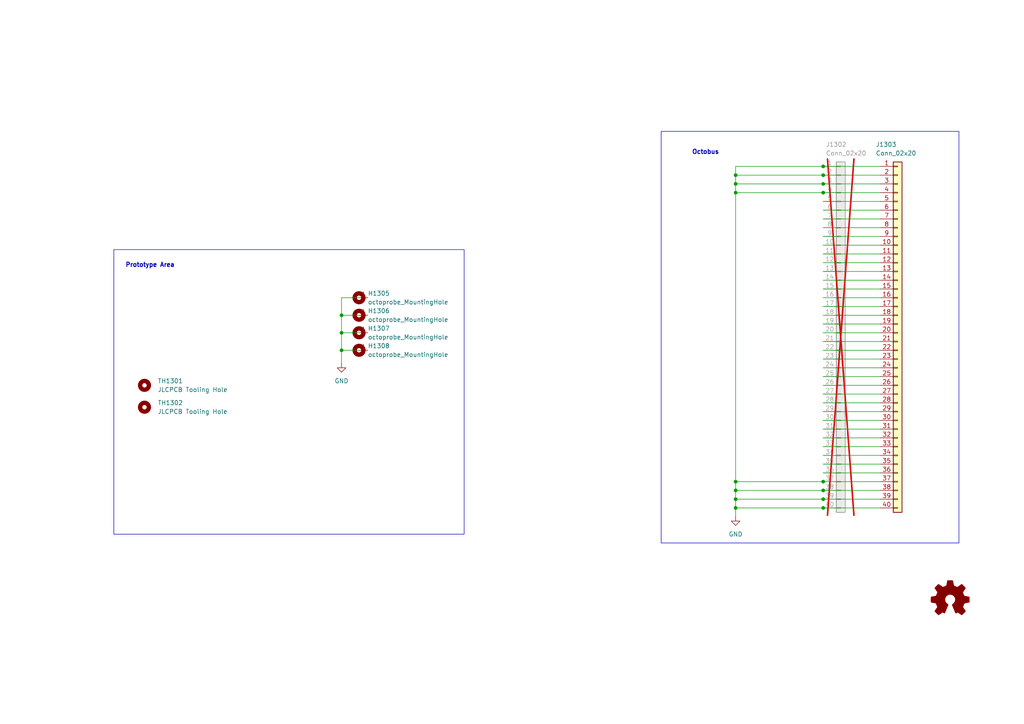
<source format=kicad_sch>
(kicad_sch (version 20250114) (generator "eeschema") (generator_version "9.0")
  (paper "A4")
  (title_block (title "Octoprobe tentacle") (date "2025-11-24") (rev "0.6") (company "Hans Märki, Märki Informatik") (comment 1 "The MIT License (MIT)"))
  (lib_symbols
    (symbol "00_project_library:JLCPCB_ToolingHole" (pin_numbers (hide yes)) (pin_names (offset 0) (hide yes)) (in_bom no)
      (property "Reference" "TH" (at 3.81 1.27 0))
      (property "Value" "JLCPCB Tooling Hole" (at 3.81 -1.27 0))
      (symbol "JLCPCB_ToolingHole_0_1"
        (circle (center 0 0) (radius 1.27) (stroke (width 1.27)))
      )
    )
    (symbol "00_project_library:octoprobe_MountingHole" (pin_names (offset 1.016))
      (property "Reference" "H" (at 0 5.08 0))
      (property "Value" "octoprobe_MountingHole" (at 0 3.175 0))
      (symbol "octoprobe_MountingHole_0_0"
        (pin power_in line (at 0 0 0) (length 2.54) (name "") (number "1"))
      )
      (symbol "octoprobe_MountingHole_0_1"
        (circle (center 0 0) (radius 1.27) (stroke (width 1.27)))
      )
    )
    (symbol "Connector_Generic:Conn_01x40" (pin_names (offset 1.016) (hide yes))
      (property "Reference" "J" (at 0 50.8 0))
      (property "Value" "Conn_01x40" (at 0 -53.34 0))
      (symbol "Conn_01x40_1_1"
        (rectangle (start -1.27 49.53) (end 1.27 -52.07) (stroke (width 0.254)) (fill (type background)))
        (rectangle (start -1.27 48.387) (end 0 48.133) (stroke (width 0.1524)))
        (rectangle (start -1.27 45.847) (end 0 45.593) (stroke (width 0.1524)))
        (rectangle (start -1.27 43.307) (end 0 43.053) (stroke (width 0.1524)))
        (rectangle (start -1.27 40.767) (end 0 40.513) (stroke (width 0.1524)))
        (rectangle (start -1.27 38.227) (end 0 37.973) (stroke (width 0.1524)))
        (rectangle (start -1.27 35.687) (end 0 35.433) (stroke (width 0.1524)))
        (rectangle (start -1.27 33.147) (end 0 32.893) (stroke (width 0.1524)))
        (rectangle (start -1.27 30.607) (end 0 30.353) (stroke (width 0.1524)))
        (rectangle (start -1.27 28.067) (end 0 27.813) (stroke (width 0.1524)))
        (rectangle (start -1.27 25.527) (end 0 25.273) (stroke (width 0.1524)))
        (rectangle (start -1.27 22.987) (end 0 22.733) (stroke (width 0.1524)))
        (rectangle (start -1.27 20.447) (end 0 20.193) (stroke (width 0.1524)))
        (rectangle (start -1.27 17.907) (end 0 17.653) (stroke (width 0.1524)))
        (rectangle (start -1.27 15.367) (end 0 15.113) (stroke (width 0.1524)))
        (rectangle (start -1.27 12.827) (end 0 12.573) (stroke (width 0.1524)))
        (rectangle (start -1.27 10.287) (end 0 10.033) (stroke (width 0.1524)))
        (rectangle (start -1.27 7.747) (end 0 7.493) (stroke (width 0.1524)))
        (rectangle (start -1.27 5.207) (end 0 4.953) (stroke (width 0.1524)))
        (rectangle (start -1.27 2.667) (end 0 2.413) (stroke (width 0.1524)))
        (rectangle (start -1.27 0.127) (end 0 -0.127) (stroke (width 0.1524)))
        (rectangle (start -1.27 -2.413) (end 0 -2.667) (stroke (width 0.1524)))
        (rectangle (start -1.27 -4.953) (end 0 -5.207) (stroke (width 0.1524)))
        (rectangle (start -1.27 -7.493) (end 0 -7.747) (stroke (width 0.1524)))
        (rectangle (start -1.27 -10.033) (end 0 -10.287) (stroke (width 0.1524)))
        (rectangle (start -1.27 -12.573) (end 0 -12.827) (stroke (width 0.1524)))
        (rectangle (start -1.27 -15.113) (end 0 -15.367) (stroke (width 0.1524)))
        (rectangle (start -1.27 -17.653) (end 0 -17.907) (stroke (width 0.1524)))
        (rectangle (start -1.27 -20.193) (end 0 -20.447) (stroke (width 0.1524)))
        (rectangle (start -1.27 -22.733) (end 0 -22.987) (stroke (width 0.1524)))
        (rectangle (start -1.27 -25.273) (end 0 -25.527) (stroke (width 0.1524)))
        (rectangle (start -1.27 -27.813) (end 0 -28.067) (stroke (width 0.1524)))
        (rectangle (start -1.27 -30.353) (end 0 -30.607) (stroke (width 0.1524)))
        (rectangle (start -1.27 -32.893) (end 0 -33.147) (stroke (width 0.1524)))
        (rectangle (start -1.27 -35.433) (end 0 -35.687) (stroke (width 0.1524)))
        (rectangle (start -1.27 -37.973) (end 0 -38.227) (stroke (width 0.1524)))
        (rectangle (start -1.27 -40.513) (end 0 -40.767) (stroke (width 0.1524)))
        (rectangle (start -1.27 -43.053) (end 0 -43.307) (stroke (width 0.1524)))
        (rectangle (start -1.27 -45.593) (end 0 -45.847) (stroke (width 0.1524)))
        (rectangle (start -1.27 -48.133) (end 0 -48.387) (stroke (width 0.1524)))
        (rectangle (start -1.27 -50.673) (end 0 -50.927) (stroke (width 0.1524)))
        (pin passive line (at -5.08 48.26 0) (length 3.81) (name "Pin_1") (number "1"))
        (pin passive line (at -5.08 45.72 0) (length 3.81) (name "Pin_2") (number "2"))
        (pin passive line (at -5.08 43.18 0) (length 3.81) (name "Pin_3") (number "3"))
        (pin passive line (at -5.08 40.64 0) (length 3.81) (name "Pin_4") (number "4"))
        (pin passive line (at -5.08 38.1 0) (length 3.81) (name "Pin_5") (number "5"))
        (pin passive line (at -5.08 35.56 0) (length 3.81) (name "Pin_6") (number "6"))
        (pin passive line (at -5.08 33.02 0) (length 3.81) (name "Pin_7") (number "7"))
        (pin passive line (at -5.08 30.48 0) (length 3.81) (name "Pin_8") (number "8"))
        (pin passive line (at -5.08 27.94 0) (length 3.81) (name "Pin_9") (number "9"))
        (pin passive line (at -5.08 25.4 0) (length 3.81) (name "Pin_10") (number "10"))
        (pin passive line (at -5.08 22.86 0) (length 3.81) (name "Pin_11") (number "11"))
        (pin passive line (at -5.08 20.32 0) (length 3.81) (name "Pin_12") (number "12"))
        (pin passive line (at -5.08 17.78 0) (length 3.81) (name "Pin_13") (number "13"))
        (pin passive line (at -5.08 15.24 0) (length 3.81) (name "Pin_14") (number "14"))
        (pin passive line (at -5.08 12.7 0) (length 3.81) (name "Pin_15") (number "15"))
        (pin passive line (at -5.08 10.16 0) (length 3.81) (name "Pin_16") (number "16"))
        (pin passive line (at -5.08 7.62 0) (length 3.81) (name "Pin_17") (number "17"))
        (pin passive line (at -5.08 5.08 0) (length 3.81) (name "Pin_18") (number "18"))
        (pin passive line (at -5.08 2.54 0) (length 3.81) (name "Pin_19") (number "19"))
        (pin passive line (at -5.08 0 0) (length 3.81) (name "Pin_20") (number "20"))
        (pin passive line (at -5.08 -2.54 0) (length 3.81) (name "Pin_21") (number "21"))
        (pin passive line (at -5.08 -5.08 0) (length 3.81) (name "Pin_22") (number "22"))
        (pin passive line (at -5.08 -7.62 0) (length 3.81) (name "Pin_23") (number "23"))
        (pin passive line (at -5.08 -10.16 0) (length 3.81) (name "Pin_24") (number "24"))
        (pin passive line (at -5.08 -12.7 0) (length 3.81) (name "Pin_25") (number "25"))
        (pin passive line (at -5.08 -15.24 0) (length 3.81) (name "Pin_26") (number "26"))
        (pin passive line (at -5.08 -17.78 0) (length 3.81) (name "Pin_27") (number "27"))
        (pin passive line (at -5.08 -20.32 0) (length 3.81) (name "Pin_28") (number "28"))
        (pin passive line (at -5.08 -22.86 0) (length 3.81) (name "Pin_29") (number "29"))
        (pin passive line (at -5.08 -25.4 0) (length 3.81) (name "Pin_30") (number "30"))
        (pin passive line (at -5.08 -27.94 0) (length 3.81) (name "Pin_31") (number "31"))
        (pin passive line (at -5.08 -30.48 0) (length 3.81) (name "Pin_32") (number "32"))
        (pin passive line (at -5.08 -33.02 0) (length 3.81) (name "Pin_33") (number "33"))
        (pin passive line (at -5.08 -35.56 0) (length 3.81) (name "Pin_34") (number "34"))
        (pin passive line (at -5.08 -38.1 0) (length 3.81) (name "Pin_35") (number "35"))
        (pin passive line (at -5.08 -40.64 0) (length 3.81) (name "Pin_36") (number "36"))
        (pin passive line (at -5.08 -43.18 0) (length 3.81) (name "Pin_37") (number "37"))
        (pin passive line (at -5.08 -45.72 0) (length 3.81) (name "Pin_38") (number "38"))
        (pin passive line (at -5.08 -48.26 0) (length 3.81) (name "Pin_39") (number "39"))
        (pin passive line (at -5.08 -50.8 0) (length 3.81) (name "Pin_40") (number "40"))
      )
    )
    (symbol "Graphic:Logo_Open_Hardware_Small" (in_bom no) (on_board no)
      (symbol "Logo_Open_Hardware_Small_0_1"
        (polyline (pts (xy 3.3528 -4.3434) (xy 3.302 -4.318) (xy 3.175 -4.2418) (xy 2.9972 -4.1148) (xy 2.7686 -3.9624) (xy 2.54 -3.81) (xy 2.3622 -3.7084) (xy 2.2352 -3.6068) (xy 2.1844 -3.5814) (xy 2.159 -3.6068) (xy 2.0574 -3.6576) (xy 1.905 -3.7338) (xy 1.8034 -3.7846) (xy 1.6764 -3.8354) (xy 1.6002 -3.8354) (xy 1.6002 -3.8354) (xy 1.5494 -3.7338) (xy 1.4732 -3.5306) (xy 1.3462 -3.302) (xy 1.2446 -3.0226) (xy 1.1176 -2.7178) (xy 0.9652 -2.413) (xy 0.8636 -2.1082) (xy 0.7366 -1.8288) (xy 0.6604 -1.6256) (xy 0.6096 -1.4732) (xy 0.5842 -1.397) (xy 0.5842 -1.397) (xy 0.6604 -1.3208) (xy 0.7874 -1.2446) (xy 1.0414 -1.016) (xy 1.2954 -0.6858) (xy 1.4478 -0.3302) (xy 1.524 0.0762) (xy 1.4732 0.4572) (xy 1.3208 0.8128) (xy 1.0668 1.143) (xy 0.762 1.3716) (xy 0.4064 1.524) (xy 0 1.5748) (xy -0.381 1.5494) (xy -0.7366 1.397) (xy -1.0668 1.143) (xy -1.2192 0.9906) (xy -1.397 0.6604) (xy -1.524 0.3048) (xy -1.524 0.2286) (xy -1.4986 -0.1778) (xy -1.397 -0.5334) (xy -1.1938 -0.8636) (xy -0.9144 -1.143) (xy -0.8636 -1.1684) (xy -0.7366 -1.27) (xy -0.635 -1.3462) (xy -0.5842 -1.397) (xy -1.0668 -2.5908) (xy -1.143 -2.794) (xy -1.2954 -3.1242) (xy -1.397 -3.4036) (xy -1.4986 -3.6322) (xy -1.5748 -3.7846) (xy -1.6002 -3.8354) (xy -1.6002 -3.8354) (xy -1.651 -3.8354) (xy -1.7272 -3.81) (xy -1.905 -3.7338) (xy -2.0066 -3.683) (xy -2.1336 -3.6068) (xy -2.2098 -3.5814) (xy -2.2606 -3.6068) (xy -2.3622 -3.683) (xy -2.54 -3.81) (xy -2.7686 -3.9624) (xy -2.9718 -4.0894) (xy -3.1496 -4.2164) (xy -3.302 -4.318) (xy -3.3528 -4.3434) (xy -3.3782 -4.3434) (xy -3.429 -4.318) (xy -3.5306 -4.2164) (xy -3.7084 -4.064) (xy -3.937 -3.8354) (xy -3.9624 -3.81) (xy -4.1656 -3.6068) (xy -4.318 -3.4544) (xy -4.4196 -3.3274) (xy -4.445 -3.2766) (xy -4.445 -3.2766) (xy -4.4196 -3.2258) (xy -4.318 -3.0734) (xy -4.2164 -2.8956) (xy -4.064 -2.667) (xy -3.6576 -2.0828) (xy -3.8862 -1.5494) (xy -3.937 -1.3716) (xy -4.0386 -1.1684) (xy -4.0894 -1.0414) (xy -4.1148 -0.9652) (xy -4.191 -0.9398) (xy -4.318 -0.9144) (xy -4.5466 -0.8636) (xy -4.8006 -0.8128) (xy -5.0546 -0.7874) (xy -5.2578 -0.7366) (xy -5.4356 -0.7112) (xy -5.5118 -0.6858) (xy -5.5118 -0.6858) (xy -5.5372 -0.635) (xy -5.5372 -0.5588) (xy -5.5372 -0.4318) (xy -5.5626 -0.2286) (xy -5.5626 0.0762) (xy -5.5626 0.127) (xy -5.5372 0.4064) (xy -5.5372 0.635) (xy -5.5372 0.762) (xy -5.5372 0.8382) (xy -5.5372 0.8382) (xy -5.461 0.8382) (xy -5.3086 0.889) (xy -5.08 0.9144) (xy -4.826 0.9652) (xy -4.8006 0.9906) (xy -4.5466 1.0414) (xy -4.318 1.0668) (xy -4.1656 1.1176) (xy -4.0894 1.143) (xy -4.0894 1.143) (xy -4.0386 1.2446) (xy -3.9624 1.4224) (xy -3.8608 1.6256) (xy -3.7846 1.8288) (xy -3.7084 2.0066) (xy -3.6576 2.159) (xy -3.6322 2.2098) (xy -3.6322 2.2098) (xy -3.683 2.286) (xy -3.7592 2.413) (xy -3.8862 2.5908) (xy -4.064 2.8194) (xy -4.064 2.8448) (xy -4.2164 3.0734) (xy -4.3434 3.2512) (xy -4.4196 3.3782) (xy -4.445 3.4544) (xy -4.445 3.4544) (xy -4.3942 3.5052) (xy -4.2926 3.6322) (xy -4.1148 3.81) (xy -3.937 4.0132) (xy -3.8608 4.064) (xy -3.6576 4.2926) (xy -3.5052 4.4196) (xy -3.4036 4.4958) (xy -3.3528 4.5212) (xy -3.3528 4.5212) (xy -3.302 4.4704) (xy -3.1496 4.3688) (xy -2.9718 4.2418) (xy -2.7432 4.0894) (xy -2.7178 4.0894) (xy -2.4892 3.937) (xy -2.3114 3.81) (xy -2.1844 3.7084) (xy -2.1336 3.683) (xy -2.1082 3.683) (xy -2.032 3.7084) (xy -1.8542 3.7592) (xy -1.6764 3.8354) (xy -1.4732 3.937) (xy -1.27 4.0132) (xy -1.143 4.064) (xy -1.0668 4.1148) (xy -1.0668 4.1148) (xy -1.0414 4.191) (xy -1.016 4.3434) (xy -0.9652 4.572) (xy -0.9144 4.8514) (xy -0.889 4.9022) (xy -0.8382 5.1562) (xy -0.8128 5.3848) (xy -0.7874 5.5372) (xy -0.762 5.588) (xy -0.7112 5.6134) (xy -0.5842 5.6134) (xy -0.4064 5.6134) (xy -0.1524 5.6134) (xy 0.0762 5.6134) (xy 0.3302 5.6134) (xy 0.5334 5.6134) (xy 0.6858 5.588) (xy 0.7366 5.588) (xy 0.7366 5.588) (xy 0.762 5.5118) (xy 0.8128 5.334) (xy 0.8382 5.1054) (xy 0.9144 4.826) (xy 0.9144 4.7752) (xy 0.9652 4.5212) (xy 1.016 4.2926) (xy 1.0414 4.1402) (xy 1.0668 4.0894) (xy 1.0668 4.0894) (xy 1.1938 4.0386) (xy 1.3716 3.9624) (xy 1.5748 3.8608) (xy 2.0828 3.6576) (xy 2.7178 4.0894) (xy 2.7686 4.1402) (xy 2.9972 4.2926) (xy 3.175 4.4196) (xy 3.302 4.4958) (xy 3.3782 4.5212) (xy 3.3782 4.5212) (xy 3.429 4.4704) (xy 3.556 4.3434) (xy 3.7338 4.191) (xy 3.9116 3.9878) (xy 4.064 3.8354) (xy 4.2418 3.6576) (xy 4.3434 3.556) (xy 4.4196 3.4798) (xy 4.4196 3.429) (xy 4.4196 3.4036) (xy 4.3942 3.3274) (xy 4.2926 3.2004) (xy 4.1656 2.9972) (xy 4.0132 2.794) (xy 3.8862 2.5908) (xy 3.7592 2.3876) (xy 3.6576 2.2352) (xy 3.6322 2.159) (xy 3.6322 2.1336) (xy 3.683 2.0066) (xy 3.7592 1.8288) (xy 3.8608 1.6002) (xy 4.064 1.1176) (xy 4.3942 1.0414) (xy 4.5974 1.016) (xy 4.8768 0.9652) (xy 5.1308 0.9144) (xy 5.5372 0.8382) (xy 5.5626 -0.6604) (xy 5.4864 -0.6858) (xy 5.4356 -0.6858) (xy 5.2832 -0.7366) (xy 5.0546 -0.762) (xy 4.8006 -0.8128) (xy 4.5974 -0.8636) (xy 4.3688 -0.9144) (xy 4.2164 -0.9398) (xy 4.1402 -0.9398) (xy 4.1148 -0.9652) (xy 4.064 -1.0668) (xy 3.9878 -1.2446) (xy 3.9116 -1.4478) (xy 3.81 -1.651) (xy 3.7338 -1.8542) (xy 3.683 -2.0066) (xy 3.6576 -2.0828) (xy 3.683 -2.1336) (xy 3.7846 -2.2606) (xy 3.8862 -2.4638) (xy 4.0386 -2.667) (xy 4.191 -2.8956) (xy 4.318 -3.0734) (xy 4.3942 -3.2004) (xy 4.445 -3.2766) (xy 4.4196 -3.3274) (xy 4.3434 -3.429) (xy 4.1656 -3.5814) (xy 3.937 -3.8354) (xy 3.8862 -3.8608) (xy 3.683 -4.064) (xy 3.5306 -4.2164) (xy 3.4036 -4.318) (xy 3.3528 -4.3434)) (fill (type outline)))
      )
    )
    (symbol "power:GND" (power) (pin_numbers (hide yes)) (pin_names (offset 0) (hide yes))
      (property "Value" "GND" (at 0 -3.81 0))
      (symbol "GND_0_1"
        (polyline (pts (xy 0 0) (xy 0 -1.27) (xy 1.27 -1.27) (xy 0 -2.54) (xy -1.27 -1.27) (xy 0 -1.27)))
      )
      (symbol "GND_1_1"
        (pin power_in line (at 0 0 270) (length 0) (name "~") (number "1"))
      )
    )
  )
  (rectangle (start 191.77 38.1) (end 278.13 157.48))
  (rectangle (start 33.02 72.39) (end 134.62 154.94))
  (text "Octobus" (at 200.66 44.958 0) (effects (font (size 1.27 1.27) (thickness 0.254) (bold yes)) (justify left bottom)))
  (text "Prototype Area" (at 36.322 77.724 0) (effects (font (size 1.27 1.27) (thickness 0.254) (bold yes)) (justify left bottom)))
  (junction (at 99.06 91.44))
  (junction (at 238.76 55.88))
  (junction (at 238.76 144.78))
  (junction (at 213.36 142.24))
  (junction (at 238.76 50.8))
  (junction (at 99.06 96.52))
  (junction (at 213.36 144.78))
  (junction (at 238.76 53.34))
  (junction (at 213.36 53.34))
  (junction (at 238.76 48.26))
  (junction (at 213.36 50.8))
  (junction (at 213.36 139.7))
  (junction (at 238.76 147.32))
  (junction (at 99.06 101.6))
  (junction (at 213.36 147.32))
  (junction (at 213.36 55.88))
  (junction (at 238.76 139.7))
  (junction (at 238.76 142.24))
  (wire (pts (xy 238.76 109.22) (xy 255.27 109.22)))
  (wire (pts (xy 99.06 101.6) (xy 104.14 101.6)))
  (wire (pts (xy 238.76 147.32) (xy 255.27 147.32)))
  (wire (pts (xy 238.76 76.2) (xy 255.27 76.2)))
  (wire (pts (xy 99.06 91.44) (xy 99.06 96.52)))
  (wire (pts (xy 238.76 88.9) (xy 255.27 88.9)))
  (wire (pts (xy 255.27 144.78) (xy 238.76 144.78)))
  (wire (pts (xy 238.76 114.3) (xy 255.27 114.3)))
  (wire (pts (xy 213.36 50.8) (xy 238.76 50.8)))
  (wire (pts (xy 213.36 53.34) (xy 238.76 53.34)))
  (wire (pts (xy 238.76 81.28) (xy 255.27 81.28)))
  (wire (pts (xy 213.36 55.88) (xy 238.76 55.88)))
  (wire (pts (xy 255.27 48.26) (xy 238.76 48.26)))
  (wire (pts (xy 213.36 144.78) (xy 213.36 147.32)))
  (wire (pts (xy 238.76 63.5) (xy 255.27 63.5)))
  (wire (pts (xy 213.36 144.78) (xy 238.76 144.78)))
  (wire (pts (xy 213.36 48.26) (xy 213.36 50.8)))
  (wire (pts (xy 238.76 134.62) (xy 255.27 134.62)))
  (wire (pts (xy 238.76 50.8) (xy 255.27 50.8)))
  (wire (pts (xy 238.76 127) (xy 255.27 127)))
  (wire (pts (xy 99.06 96.52) (xy 99.06 101.6)))
  (wire (pts (xy 238.76 78.74) (xy 255.27 78.74)))
  (wire (pts (xy 255.27 139.7) (xy 238.76 139.7)))
  (wire (pts (xy 238.76 93.98) (xy 255.27 93.98)))
  (wire (pts (xy 99.06 91.44) (xy 104.14 91.44)))
  (wire (pts (xy 238.76 83.82) (xy 255.27 83.82)))
  (wire (pts (xy 213.36 147.32) (xy 238.76 147.32)))
  (wire (pts (xy 238.76 91.44) (xy 255.27 91.44)))
  (wire (pts (xy 238.76 106.68) (xy 255.27 106.68)))
  (wire (pts (xy 213.36 149.86) (xy 213.36 147.32)))
  (wire (pts (xy 213.36 142.24) (xy 213.36 144.78)))
  (wire (pts (xy 238.76 96.52) (xy 255.27 96.52)))
  (wire (pts (xy 238.76 121.92) (xy 255.27 121.92)))
  (wire (pts (xy 238.76 124.46) (xy 255.27 124.46)))
  (wire (pts (xy 238.76 119.38) (xy 255.27 119.38)))
  (wire (pts (xy 213.36 142.24) (xy 238.76 142.24)))
  (wire (pts (xy 238.76 68.58) (xy 255.27 68.58)))
  (wire (pts (xy 213.36 55.88) (xy 213.36 139.7)))
  (wire (pts (xy 238.76 132.08) (xy 255.27 132.08)))
  (wire (pts (xy 99.06 86.36) (xy 99.06 91.44)))
  (wire (pts (xy 238.76 111.76) (xy 255.27 111.76)))
  (wire (pts (xy 213.36 50.8) (xy 213.36 53.34)))
  (wire (pts (xy 238.76 53.34) (xy 255.27 53.34)))
  (wire (pts (xy 238.76 73.66) (xy 255.27 73.66)))
  (wire (pts (xy 99.06 96.52) (xy 104.14 96.52)))
  (wire (pts (xy 238.76 60.96) (xy 255.27 60.96)))
  (wire (pts (xy 213.36 53.34) (xy 213.36 55.88)))
  (wire (pts (xy 238.76 129.54) (xy 255.27 129.54)))
  (wire (pts (xy 238.76 86.36) (xy 255.27 86.36)))
  (wire (pts (xy 238.76 101.6) (xy 255.27 101.6)))
  (wire (pts (xy 238.76 137.16) (xy 255.27 137.16)))
  (wire (pts (xy 238.76 142.24) (xy 255.27 142.24)))
  (wire (pts (xy 238.76 71.12) (xy 255.27 71.12)))
  (wire (pts (xy 99.06 101.6) (xy 99.06 105.41)))
  (wire (pts (xy 238.76 66.04) (xy 255.27 66.04)))
  (wire (pts (xy 213.36 139.7) (xy 213.36 142.24)))
  (wire (pts (xy 238.76 99.06) (xy 255.27 99.06)))
  (wire (pts (xy 238.76 55.88) (xy 255.27 55.88)))
  (wire (pts (xy 213.36 139.7) (xy 238.76 139.7)))
  (wire (pts (xy 238.76 116.84) (xy 255.27 116.84)))
  (wire (pts (xy 238.76 104.14) (xy 255.27 104.14)))
  (wire (pts (xy 238.76 58.42) (xy 255.27 58.42)))
  (wire (pts (xy 213.36 48.26) (xy 238.76 48.26)))
  (wire (pts (xy 104.14 86.36) (xy 99.06 86.36)))
  (symbol (lib_id "00_project_library:octoprobe_MountingHole") (at 104.14 101.6 0) (unit 1) (in_bom no)
    (property "Reference" "H1308" (at 106.68 100.3299 0) (effects (justify left)))
    (property "Value" "octoprobe_MountingHole" (at 106.68 102.8699 0) (effects (justify left)))
    (property "Footprint" "MountingHole:MountingHole_3.2mm_M3_DIN965_Pad" (effects (hide yes)))
    (property "Description" "Mounting Hole without connection" (effects (hide yes)))
  )
  (symbol (lib_id "00_project_library:octoprobe_MountingHole") (at 104.14 86.36 0) (unit 1) (in_bom no)
    (property "Reference" "H1305" (at 106.68 85.0899 0) (effects (justify left)))
    (property "Value" "octoprobe_MountingHole" (at 106.68 87.6299 0) (effects (justify left)))
    (property "Footprint" "MountingHole:MountingHole_3.2mm_M3_DIN965_Pad" (effects (hide yes)))
    (property "Description" "Mounting Hole without connection" (effects (hide yes)))
  )
  (symbol (lib_id "00_project_library:octoprobe_MountingHole") (at 104.14 91.44 0) (unit 1) (in_bom no)
    (property "Reference" "H1306" (at 106.68 90.1699 0) (effects (justify left)))
    (property "Value" "octoprobe_MountingHole" (at 106.68 92.7099 0) (effects (justify left)))
    (property "Footprint" "MountingHole:MountingHole_3.2mm_M3_DIN965_Pad" (effects (hide yes)))
    (property "Description" "Mounting Hole without connection" (effects (hide yes)))
  )
  (symbol (lib_id "power:GND") (at 99.06 105.41 0) (unit 1)
    (property "Reference" "#PWR01302" (effects (hide yes)))
    (property "Value" "GND" (at 99.06 110.49 0))
    (property "Description" "Power symbol creates a global label with name \"GND\" , ground" (effects (hide yes)))
  )
  (symbol (lib_id "Graphic:Logo_Open_Hardware_Small") (at 275.59 173.99 0) (unit 1) (exclude_from_sim yes) (in_bom no) (on_board no)
    (property "Reference" "#SYM1301" (effects (hide yes)))
    (property "Value" "Logo_Open_Hardware_Small" (effects (hide yes)))
    (property "Description" "Open Hardware logo, small" (effects (hide yes)))
  )
  (symbol (lib_id "00_project_library:octoprobe_MountingHole") (at 104.14 96.52 0) (unit 1) (in_bom no)
    (property "Reference" "H1307" (at 106.68 95.2499 0) (effects (justify left)))
    (property "Value" "octoprobe_MountingHole" (at 106.68 97.7899 0) (effects (justify left)))
    (property "Footprint" "MountingHole:MountingHole_3.2mm_M3_DIN965_Pad" (effects (hide yes)))
    (property "Description" "Mounting Hole without connection" (effects (hide yes)))
  )
  (symbol (lib_id "00_project_library:JLCPCB_ToolingHole") (at 41.91 118.11 0) (unit 1) (in_bom no)
    (property "Reference" "TH1302" (at 45.72 116.84 0) (effects (justify left)))
    (property "Value" "JLCPCB Tooling Hole" (at 45.72 119.38 0) (effects (justify left)))
    (property "Footprint" "00_project_library:JLCPCB_ToolingHole" (effects (hide yes)))
    (property "Datasheet" "https://jlcpcb.com/help/article/47-How-to-add-tooling-holes-for-PCB-assembly-order" (effects (hide yes)))
    (property "Description" "https://www.youtube.com/watch?v=C7-8nUU6e3E" (effects (hide yes)))
  )
  (symbol (lib_id "00_project_library:JLCPCB_ToolingHole") (at 41.91 111.76 0) (unit 1) (in_bom no)
    (property "Reference" "TH1301" (at 45.72 110.49 0) (effects (justify left)))
    (property "Value" "JLCPCB Tooling Hole" (at 45.72 113.03 0) (effects (justify left)))
    (property "Footprint" "00_project_library:JLCPCB_ToolingHole" (effects (hide yes)))
    (property "Datasheet" "https://jlcpcb.com/help/article/47-How-to-add-tooling-holes-for-PCB-assembly-order" (effects (hide yes)))
    (property "Description" "https://www.youtube.com/watch?v=C7-8nUU6e3E" (effects (hide yes)))
  )
  (symbol (lib_id "power:GND") (at 213.36 149.86 0) (unit 1)
    (property "Reference" "#PWR01303" (effects (hide yes)))
    (property "Value" "GND" (at 213.36 154.94 0))
    (property "Description" "Power symbol creates a global label with name \"GND\" , ground" (effects (hide yes)))
  )
  (symbol (lib_id "Connector_Generic:Conn_01x40") (at 260.35 96.52 0) (unit 1) (in_bom no)
    (property "Reference" "J1303" (at 254 41.91 0) (effects (justify left)))
    (property "Value" "Conn_02x20" (at 254 44.45 0) (effects (justify left)))
    (property "Footprint" "00_project_library:PinSocket_2x20_P2.54mm_Vertical-stackable_squarepad" (effects (hide yes)))
    (property "Description" "Generic connector, single row, 01x40, script generated (kicad-library-utils/schlib/autogen/connector/)" (effects (hide yes)))
  )
  (symbol (lib_id "Connector_Generic:Conn_01x40") (at 243.84 96.52 0) (unit 1) (in_bom no) (dnp yes)
    (property "Reference" "J1302" (at 239.522 41.91 0) (effects (justify left)))
    (property "Value" "Conn_02x20" (at 239.522 44.45 0) (effects (justify left)))
    (property "Footprint" "00_project_library:PinSocket_2x20_P2.54mm_Vertical-stackable_squarepad" (effects (hide yes)))
    (property "Description" "Generic connector, single row, 01x40, script generated (kicad-library-utils/schlib/autogen/connector/)" (effects (hide yes)))
  )
)
</source>
